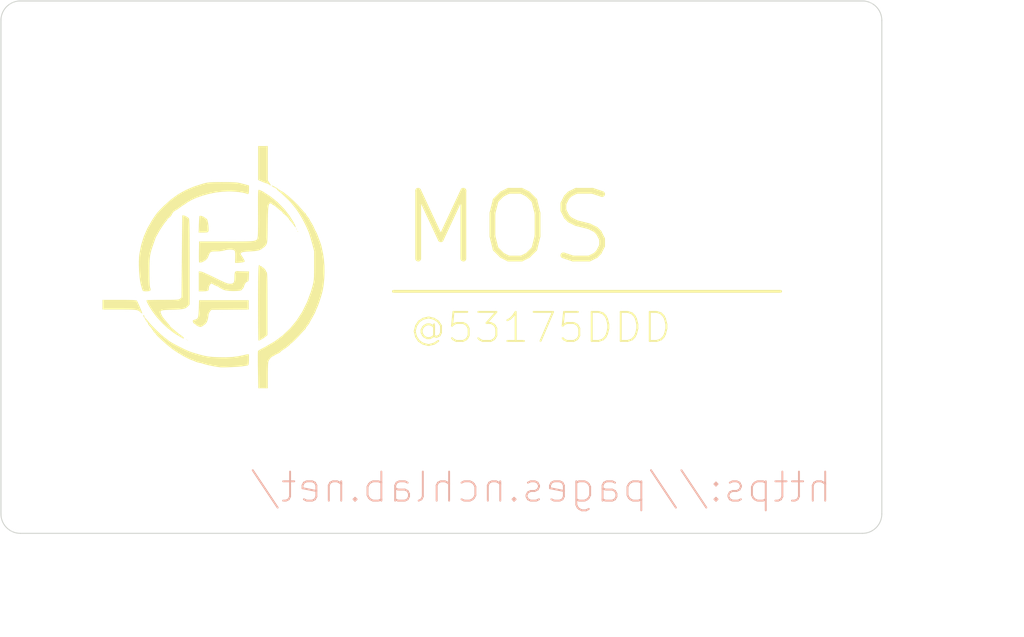
<source format=kicad_pcb>
(kicad_pcb (version 20221018) (generator pcbnew)
  (layers (0 "F.Cu" signal) (31 "B.Cu" signal) (34 "B.Paste" user) (35 "F.Paste" user) (36 "B.SilkS" user "B.Silkscreen") (37 "F.SilkS" user "F.Silkscreen") (38 "B.Mask" user) (39 "F.Mask" user) (44 "Edge.Cuts" user))
  (net 0 "")
  (footprint "LOGO" (layer "F.Cu") (at 122.5 75)
    (fp_text reference "G***" hide)
    (fp_text value "LOGO" hide)
    (fp_poly (pts (xy -3.816256 7.476108) (xy -3.847537 7.507389) (xy -3.878818 7.476108) (xy -3.847537 7.444827)) (fill solid) (layer "F.SilkS"))
    (fp_poly (pts (xy -3.691133 7.53867) (xy -3.722414 7.569951) (xy -3.753695 7.53867) (xy -3.722414 7.507389)) (fill solid) (layer "F.SilkS"))
    (fp_poly (pts (xy 7.548822 -4.019582) (xy 7.557085 -3.891496) (xy 7.548822 -3.863178) (xy 7.525988 -3.855318) (xy 7.517267 -3.94138) (xy 7.527099 -4.030194)) (fill solid) (layer "F.SilkS"))
    (fp_poly (pts (xy 7.67422 -3.732841) (xy 7.681707 -3.658595) (xy 7.67422 -3.649426) (xy 7.637027 -3.658013) (xy 7.632512 -3.691133) (xy 7.655402 -3.742629)) (fill solid) (layer "F.SilkS"))
    (fp_poly (pts (xy 4.566995 -10.738041) (xy 4.566995 -8.963766) (xy 4.723399 -8.733292) (xy 4.817885 -8.588231) (xy 4.873529 -8.491538) (xy 4.879803 -8.474316) (xy 4.840506 -8.444324) (xy 4.755805 -8.479682) (xy 4.698375 -8.532116) (xy 4.587524 -8.606547) (xy 4.439421 -8.655884) (xy 4.278031 -8.703019) (xy 4.06145 -8.784574) (xy 3.909051 -8.850261) (xy 3.56601 -9.007171) (xy 3.56601 -10.759743) (xy 3.56601 -12.512315) (xy 4.066502 -12.512315) (xy 4.566995 -12.512315)) (fill solid) (layer "F.SilkS"))
    (fp_poly (pts (xy -2.236151 -5.278757) (xy -2.068815 -5.208603) (xy -1.950479 -5.126936) (xy -1.836719 -5.037869) (xy -1.762471 -5.004926) (xy -1.706367 -4.946894) (xy -1.650641 -4.790657) (xy -1.60134 -4.563004) (xy -1.564511 -4.290726) (xy -1.547908 -4.054244) (xy -1.543107 -3.837412) (xy -1.563697 -3.697065) (xy -1.631392 -3.616494) (xy -1.767904 -3.57899) (xy -1.994948 -3.567845) (xy -2.181261 -3.566864) (xy -2.579518 -3.56601) (xy -2.55494 -4.407069) (xy -2.543017 -4.719515) (xy -2.52759 -4.98565) (xy -2.510463 -5.181137) (xy -2.493437 -5.28164) (xy -2.489606 -5.288884) (xy -2.392135 -5.310239)) (fill solid) (layer "F.SilkS"))
    (fp_poly (pts (xy -10.219619 3.379754) (xy -9.785397 3.384349) (xy -9.454904 3.392574) (xy -9.217457 3.404888) (xy -9.062372 3.421756) (xy -8.978968 3.44364) (xy -8.960872 3.456527) (xy -8.909807 3.545259) (xy -8.82964 3.712321) (xy -8.7322 3.929693) (xy -8.629317 4.169355) (xy -8.53282 4.403288) (xy -8.454539 4.603472) (xy -8.406304 4.741886) (xy -8.397839 4.790121) (xy -8.454335 4.768977) (xy -8.562242 4.687188) (xy -8.577036 4.674277) (xy -8.674918 4.589897) (xy -8.766696 4.523372) (xy -8.868072 4.472577) (xy -8.994751 4.435392) (xy -9.162434 4.409694) (xy -9.386826 4.393362) (xy -9.68363 4.384272) (xy -10.068549 4.380304) (xy -10.557285 4.379334) (xy -10.759742 4.37931) (xy -12.512315 4.37931) (xy -12.512315 3.878818) (xy -12.512315 3.378325) (xy -10.768252 3.378325)) (fill solid) (layer "F.SilkS"))
    (fp_poly (pts (xy 2.596305 3.895549) (xy 2.596305 4.381493) (xy 0.667091 4.396042) (xy -1.262122 4.410591) (xy -1.413081 4.586124) (xy -1.535251 4.801719) (xy -1.56404 4.965779) (xy -1.582422 5.14951) (xy -1.628922 5.379092) (xy -1.656424 5.480993) (xy -1.741983 5.699505) (xy -1.868536 5.861556) (xy -2.033623 5.99284) (xy -2.224827 6.120062) (xy -2.360655 6.177148) (xy -2.484546 6.170719) (xy -2.639939 6.107395) (xy -2.674508 6.090515) (xy -2.80837 6.010901) (xy -2.875877 5.944078) (xy -2.877833 5.935535) (xy -2.928466 5.886612) (xy -2.969474 5.880788) (xy -3.070988 5.827033) (xy -3.155707 5.698889) (xy -3.190641 5.547775) (xy -3.133646 5.472251) (xy -2.984919 5.418226) (xy -2.977961 5.416883) (xy -2.839572 5.382331) (xy -2.738729 5.326021) (xy -2.668563 5.229236) (xy -2.622203 5.073254) (xy -2.592779 4.839357) (xy -2.573422 4.508826) (xy -2.565025 4.291711) (xy -2.533744 3.409606) (xy 0.031281 3.409606) (xy 2.596305 3.409606)) (fill solid) (layer "F.SilkS"))
    (fp_poly (pts (xy 3.708892 -0.20385) (xy 3.721325 -0.175995) (xy 3.797236 -0.103144) (xy 3.852714 -0.104486) (xy 3.929848 -0.098878) (xy 3.941379 -0.069255) (xy 3.987168 -0.003235) (xy 4.006928 0) (xy 4.097334 0.046043) (xy 4.215029 0.155729) (xy 4.321315 0.286391) (xy 4.377492 0.395361) (xy 4.37931 0.410572) (xy 4.429135 0.501223) (xy 4.457512 0.516127) (xy 4.47566 0.547647) (xy 4.490974 0.634675) (xy 4.503656 0.785542) (xy 4.513905 1.00858) (xy 4.52192 1.312118) (xy 4.527902 1.704489) (xy 4.532049 2.194021) (xy 4.534561 2.789047) (xy 4.535639 3.497897) (xy 4.535714 3.779021) (xy 4.535714 7.015852) (xy 4.316749 7.195266) (xy 4.111565 7.348077) (xy 3.909911 7.472766) (xy 3.73864 7.555409) (xy 3.624608 7.582084) (xy 3.596496 7.568665) (xy 3.590247 7.49762) (xy 3.584331 7.312499) (xy 3.578851 7.024348) (xy 3.573911 6.644213) (xy 3.569614 6.183142) (xy 3.566063 5.652179) (xy 3.563362 5.062373) (xy 3.561615 4.424769) (xy 3.560928 3.769761) (xy 3.561516 2.912967) (xy 3.563883 2.174786) (xy 3.568295 1.548718) (xy 3.575016 1.028261) (xy 3.584309 0.606917) (xy 3.596439 0.278182) (xy 3.61167 0.035558) (xy 3.630267 -0.127456) (xy 3.652493 -0.217362) (xy 3.678614 -0.24066)) (fill solid) (layer "F.SilkS"))
    (fp_poly (pts (xy 1.438916 0.405537) (xy 1.574333 0.414231) (xy 1.792858 0.422526) (xy 2.05248 0.428904) (xy 2.113983 0.429946) (xy 2.632646 0.437931) (xy 2.614476 0.954064) (xy 2.602599 1.209464) (xy 2.584342 1.365442) (xy 2.552633 1.447695) (xy 2.5004 1.481922) (xy 2.467376 1.488638) (xy 2.340196 1.560432) (xy 2.217892 1.714223) (xy 2.129058 1.909155) (xy 2.106959 2.003636) (xy 2.04315 2.152817) (xy 1.976967 2.224082) (xy 1.892041 2.309556) (xy 1.874567 2.356002) (xy 1.821478 2.39804) (xy 1.668785 2.432629) (xy 1.441888 2.457675) (xy 1.166191 2.47108) (xy 0.867098 2.470749) (xy 0.625901 2.45903) (xy 0.24321 2.41319) (xy -0.021434 2.340504) (xy -0.093557 2.304052) (xy -0.254035 2.213247) (xy -0.385905 2.15201) (xy -0.39101 2.150201) (xy -0.483319 2.092773) (xy -0.500493 2.057235) (xy -0.550083 2.005911) (xy -0.579193 2.00197) (xy -0.67527 1.974195) (xy -0.837903 1.902827) (xy -0.962639 1.839741) (xy -1.267386 1.677512) (xy -1.398651 1.808776) (xy -1.507792 2.001273) (xy -1.529915 2.184994) (xy -1.540363 2.347036) (xy -1.589702 2.426393) (xy -1.704925 2.464937) (xy -1.711202 2.466206) (xy -1.880861 2.487385) (xy -2.108301 2.500445) (xy -2.228756 2.502463) (xy -2.565025 2.502463) (xy -2.565025 1.470197) (xy -2.565025 0.437931) (xy -2.385426 0.437931) (xy -2.275199 0.465635) (xy -2.070935 0.543828) (xy -1.789535 0.665132) (xy -1.447901 0.822169) (xy -1.062933 1.007561) (xy -0.930869 1.072906) (xy -0.498535 1.286259) (xy -0.160276 1.447818) (xy 0.10043 1.564302) (xy 0.300107 1.64243) (xy 0.455279 1.68892) (xy 0.582467 1.710491) (xy 0.646229 1.714163) (xy 0.853555 1.70237) (xy 0.992269 1.643871) (xy 1.075308 1.519324) (xy 1.115609 1.309387) (xy 1.126108 0.996688) (xy 1.135394 0.709966) (xy 1.170079 0.528094) (xy 1.240403 0.431722) (xy 1.356604 0.401498)) (fill solid) (layer "F.SilkS"))
    (fp_poly (pts (xy -4.139224 -5.353509) (xy -3.96054 -5.293109) (xy -3.77431 -5.194656) (xy -3.624292 -5.079803) (xy -3.567865 -5.008392) (xy -3.553508 -4.917553) (xy -3.540924 -4.70274) (xy -3.530129 -4.365088) (xy -3.52114 -3.905733) (xy -3.513972 -3.325813) (xy -3.508643 -2.626462) (xy -3.505169 -1.808817) (xy -3.503565 -0.874015) (xy -3.503449 -0.518548) (xy -3.503449 3.850932) (xy -3.683536 4.048102) (xy -3.80467 4.160047) (xy -3.949101 4.245028) (xy -4.135768 4.307124) (xy -4.38361 4.350408) (xy -4.711565 4.378958) (xy -5.138573 4.396849) (xy -5.326042 4.401596) (xy -5.742449 4.413228) (xy -6.04963 4.428925) (xy -6.263476 4.451718) (xy -6.39988 4.484636) (xy -6.474733 4.53071) (xy -6.503928 4.592968) (xy -6.506404 4.626638) (xy -6.479473 4.748311) (xy -6.414428 4.917953) (xy -6.334891 5.081865) (xy -6.264485 5.186348) (xy -6.257432 5.192611) (xy -6.195449 5.263295) (xy -6.120254 5.36646) (xy -6.023675 5.490789) (xy -5.877518 5.660777) (xy -5.764151 5.785076) (xy -5.626436 5.942238) (xy -5.532589 6.068911) (xy -5.505419 6.127359) (xy -5.470868 6.192811) (xy -5.458498 6.195723) (xy -5.392716 6.236148) (xy -5.262226 6.340933) (xy -5.093442 6.488692) (xy -5.067488 6.512296) (xy -4.837538 6.710608) (xy -4.58479 6.910813) (xy -4.394999 7.047993) (xy -4.230736 7.170194) (xy -4.125298 7.271337) (xy -4.101524 7.325756) (xy -4.144174 7.377681) (xy -4.148397 7.378639) (xy -4.20506 7.349538) (xy -4.342384 7.276612) (xy -4.530939 7.175496) (xy -4.535715 7.172925) (xy -5.142814 6.795958) (xy -5.755221 6.322597) (xy -6.346076 5.777363) (xy -6.888519 5.18478) (xy -7.301669 4.647647) (xy -7.496657 4.356858) (xy -7.67152 4.073173) (xy -7.815418 3.816757) (xy -7.917508 3.607772) (xy -7.966951 3.466382) (xy -7.963275 3.417133) (xy -7.892736 3.406738) (xy -7.713952 3.397394) (xy -7.443798 3.389492) (xy -7.099151 3.383421) (xy -6.696886 3.37957) (xy -6.283943 3.378325) (xy -5.785225 3.377765) (xy -5.396232 3.375397) (xy -5.101568 3.370194) (xy -4.885838 3.361126) (xy -4.733646 3.347163) (xy -4.629596 3.327276) (xy -4.558292 3.300436) (xy -4.50434 3.265614) (xy -4.495724 3.258777) (xy -4.34803 3.139229) (xy -4.313529 -1.104893) (xy -4.307529 -1.821209) (xy -4.3015 -2.49968) (xy -4.295557 -3.130122) (xy -4.289811 -3.702348) (xy -4.284374 -4.206174) (xy -4.27936 -4.631415) (xy -4.27488 -4.967884) (xy -4.271047 -5.205398) (xy -4.267974 -5.333769) (xy -4.266608 -5.3542)) (fill solid) (layer "F.SilkS"))
    (fp_poly (pts (xy -8.206875 4.994624) (xy -8.195567 5.064379) (xy -8.158476 5.190506) (xy -8.115678 5.236423) (xy -8.034835 5.311457) (xy -7.911622 5.451429) (xy -7.818511 5.567398) (xy -7.617134 5.807283) (xy -7.352077 6.093813) (xy -7.047895 6.403189) (xy -6.729145 6.711612) (xy -6.420381 6.99528) (xy -6.14616 7.230394) (xy -5.94335 7.384826) (xy -5.785481 7.498066) (xy -5.664233 7.594129) (xy -5.644099 7.612427) (xy -5.541812 7.684965) (xy -5.349525 7.798521) (xy -5.090568 7.941081) (xy -4.78827 8.100631) (xy -4.465962 8.26516) (xy -4.146972 8.422652) (xy -3.854631 8.561096) (xy -3.612268 8.668477) (xy -3.524131 8.704079) (xy -3.267857 8.794054) (xy -2.936269 8.898158) (xy -2.575945 9.002264) (xy -2.29373 9.077214) (xy -1.982695 9.152124) (xy -1.71046 9.20678) (xy -1.442676 9.245363) (xy -1.144993 9.272054) (xy -0.783059 9.291032) (xy -0.437931 9.303051) (xy 0.278727 9.309346) (xy 0.908736 9.278915) (xy 1.48601 9.208502) (xy 2.044465 9.09485) (xy 2.232806 9.046658) (xy 2.419707 9.004145) (xy 2.552959 8.987932) (xy 2.592535 8.99467) (xy 2.610963 9.073735) (xy 2.620869 9.240348) (xy 2.622816 9.457265) (xy 2.617367 9.687241) (xy 2.605082 9.893033) (xy 2.586525 10.037394) (xy 2.576268 10.072414) (xy 2.50594 10.156048) (xy 2.471182 10.168293) (xy 2.381841 10.179073) (xy 2.206341 10.20547) (xy 1.981834 10.241885) (xy 1.970689 10.24375) (xy 1.7808 10.26701) (xy 1.505233 10.289865) (xy 1.172723 10.311072) (xy 0.812 10.329391) (xy 0.451796 10.343577) (xy 0.120843 10.35239) (xy -0.152126 10.354586) (xy -0.338379 10.348923) (xy -0.37537 10.345194) (xy -0.746817 10.288172) (xy -1.131476 10.219261) (xy -1.496034 10.145273) (xy -1.807175 10.073018) (xy -2.031585 10.009311) (xy -2.051239 10.002516) (xy -2.258268 9.936423) (xy -2.433238 9.893686) (xy -2.505492 9.884729) (xy -2.636602 9.859782) (xy -2.820219 9.797053) (xy -2.894155 9.765859) (xy -3.113681 9.673719) (xy -3.330181 9.59223) (xy -3.377807 9.576157) (xy -3.563861 9.498714) (xy -3.826012 9.366992) (xy -4.136737 9.196847) (xy -4.468517 9.004137) (xy -4.793829 8.80472) (xy -5.085154 8.614452) (xy -5.255173 8.494424) (xy -5.494556 8.309746) (xy -5.761541 8.091005) (xy -6.03928 7.853524) (xy -6.310928 7.612629) (xy -6.559641 7.383643) (xy -6.768571 7.181891) (xy -6.920875 7.022698) (xy -6.999705 6.921387) (xy -7.006897 6.900884) (xy -7.053924 6.831294) (xy -7.13202 6.771169) (xy -7.230615 6.673568) (xy -7.257143 6.599716) (xy -7.291091 6.516802) (xy -7.319705 6.506404) (xy -7.379999 6.458417) (xy -7.382266 6.440998) (xy -7.421581 6.353723) (xy -7.516824 6.231746) (xy -7.52303 6.225045) (xy -7.684994 6.046288) (xy -7.77593 5.927432) (xy -7.814448 5.841083) (xy -7.820197 5.787623) (xy -7.870513 5.68046) (xy -7.911658 5.654079) (xy -8.002653 5.570536) (xy -8.045387 5.483999) (xy -8.116066 5.333166) (xy -8.204173 5.199814) (xy -8.30344 5.044692) (xy -8.307239 4.958595) (xy -8.258128 4.942364)) (fill solid) (layer "F.SilkS"))
    (fp_poly (pts (xy -0.093843 -8.788845) (xy 0.402251 -8.78681) (xy 0.792892 -8.780729) (xy 1.097716 -8.769413) (xy 1.336363 -8.751672) (xy 1.528468 -8.726318) (xy 1.69367 -8.692162) (xy 1.751724 -8.677105) (xy 2.004502 -8.608479) (xy 2.246086 -8.543181) (xy 2.39298 -8.503706) (xy 2.627586 -8.44099) (xy 2.627586 -8.073149) (xy 2.619406 -7.79276) (xy 2.591648 -7.622818) (xy 2.539483 -7.549523) (xy 2.458083 -7.55907) (xy 2.449288 -7.563454) (xy 2.247768 -7.635762) (xy 1.948147 -7.700831) (xy 1.577393 -7.755104) (xy 1.162473 -7.795019) (xy 0.730357 -7.817019) (xy 0.504077 -7.820197) (xy -0.15359 -7.789843) (xy -0.834088 -7.703177) (xy -1.514854 -7.566799) (xy -2.173325 -7.387306) (xy -2.786938 -7.171296) (xy -3.333131 -6.925367) (xy -3.789341 -6.656117) (xy -3.98566 -6.507285) (xy -4.071281 -6.450708) (xy -4.094444 -6.443843) (xy -4.156786 -6.408653) (xy -4.290738 -6.315753) (xy -4.469063 -6.184142) (xy -4.49604 -6.163693) (xy -4.702589 -6.015169) (xy -4.893737 -5.892268) (xy -5.02897 -5.820994) (xy -5.031538 -5.820002) (xy -5.176261 -5.715944) (xy -5.288408 -5.552811) (xy -5.28844 -5.552738) (xy -5.419163 -5.306756) (xy -5.56593 -5.147141) (xy -5.677463 -5.075506) (xy -5.784734 -4.986998) (xy -5.818227 -4.911992) (xy -5.866259 -4.804361) (xy -5.903724 -4.773429) (xy -5.980538 -4.695959) (xy -6.10365 -4.536813) (xy -6.255534 -4.321939) (xy -6.418662 -4.077282) (xy -6.575508 -3.828787) (xy -6.708546 -3.602401) (xy -6.762271 -3.502471) (xy -6.852145 -3.334972) (xy -6.921647 -3.2189) (xy -6.943463 -3.190641) (xy -6.985996 -3.115545) (xy -7.042798 -2.970986) (xy -7.053193 -2.940394) (xy -7.108966 -2.776866) (xy -7.19135 -2.540913) (xy -7.28451 -2.277815) (xy -7.304825 -2.220936) (xy -7.421548 -1.879841) (xy -7.51033 -1.576241) (xy -7.574847 -1.283556) (xy -7.618773 -0.975208) (xy -7.645783 -0.624616) (xy -7.659553 -0.205201) (xy -7.663757 0.309615) (xy -7.663793 0.375369) (xy -7.660602 0.874879) (xy -7.651458 1.309732) (xy -7.637006 1.66771) (xy -7.617891 1.936593) (xy -7.594756 2.104159) (xy -7.569762 2.158374) (xy -7.552708 2.210685) (xy -7.53547 2.29222) (xy -7.551926 2.409838) (xy -7.649601 2.46341) (xy -7.836436 2.49407) (xy -8.043057 2.500251) (xy -8.225975 2.483884) (xy -8.341696 2.446902) (xy -8.35686 2.43199) (xy -8.391329 2.343506) (xy -8.447552 2.16481) (xy -8.516054 1.926853) (xy -8.553179 1.790733) (xy -8.628399 1.426061) (xy -8.687923 0.972008) (xy -8.730113 0.463523) (xy -8.753327 -0.064444) (xy -8.755926 -0.576942) (xy -8.736271 -1.039023) (xy -8.701182 -1.36382) (xy -8.513753 -2.30327) (xy -8.244462 -3.171363) (xy -7.88085 -4.000852) (xy -7.410458 -4.824491) (xy -7.347293 -4.922875) (xy -7.156327 -5.211789) (xy -6.990458 -5.446109) (xy -6.825997 -5.654142) (xy -6.639256 -5.864198) (xy -6.40655 -6.104588) (xy -6.127 -6.381281) (xy -5.428751 -7.00404) (xy -4.698974 -7.529235) (xy -3.917316 -7.968218) (xy -3.063424 -8.332342) (xy -2.116944 -8.632958) (xy -2.064532 -8.647141) (xy -1.880093 -8.6939) (xy -1.707141 -8.729232) (xy -1.52406 -8.754691) (xy -1.309234 -8.77183) (xy -1.041046 -8.782206) (xy -0.697879 -8.787371) (xy -0.258118 -8.78888)) (fill solid) (layer "F.SilkS"))
    (fp_poly (pts (xy 3.704317 -7.97687) (xy 3.866582 -7.910383) (xy 4.068186 -7.807657) (xy 4.082334 -7.799786) (xy 4.85213 -7.305741) (xy 5.574365 -6.71733) (xy 6.229727 -6.054003) (xy 6.798902 -5.335205) (xy 7.243221 -4.616775) (xy 7.366885 -4.371683) (xy 7.438031 -4.200969) (xy 7.456389 -4.112989) (xy 7.421692 -4.116102) (xy 7.333672 -4.218664) (xy 7.25223 -4.335821) (xy 7.112729 -4.527634) (xy 6.967267 -4.699883) (xy 6.916569 -4.751378) (xy 6.809002 -4.869088) (xy 6.757427 -4.958269) (xy 6.75665 -4.965274) (xy 6.713362 -5.040163) (xy 6.605363 -5.162053) (xy 6.465453 -5.299539) (xy 6.326429 -5.421213) (xy 6.22109 -5.495669) (xy 6.192566 -5.505419) (xy 6.133327 -5.556962) (xy 6.099753 -5.630542) (xy 6.044069 -5.731635) (xy 6.002833 -5.755665) (xy 5.926664 -5.794962) (xy 5.798346 -5.894683) (xy 5.725904 -5.95899) (xy 5.472971 -6.182293) (xy 5.265873 -6.343574) (xy 5.120245 -6.431219) (xy 5.073233 -6.443843) (xy 5.007863 -6.483106) (xy 5.004926 -6.499108) (xy 4.952814 -6.557354) (xy 4.878353 -6.587472) (xy 4.801619 -6.594457) (xy 4.738866 -6.564055) (xy 4.688512 -6.485326) (xy 4.648976 -6.34733) (xy 4.618674 -6.139128) (xy 4.596024 -5.84978) (xy 4.579444 -5.468346) (xy 4.567352 -4.983887) (xy 4.558166 -4.385463) (xy 4.558006 -4.372672) (xy 4.550859 -3.840312) (xy 4.543456 -3.418145) (xy 4.534722 -3.091247) (xy 4.523581 -2.844691) (xy 4.508959 -2.663551) (xy 4.489781 -2.532901) (xy 4.464971 -2.437815) (xy 4.433456 -2.363366) (xy 4.410289 -2.321383) (xy 4.29641 -2.163706) (xy 4.177928 -2.050825) (xy 4.160345 -2.039856) (xy 4.04824 -1.971754) (xy 4.003941 -1.937964) (xy 3.880159 -1.832758) (xy 3.725002 -1.755221) (xy 3.516008 -1.699712) (xy 3.230716 -1.660593) (xy 2.846664 -1.632222) (xy 2.769628 -1.628046) (xy 2.401695 -1.605263) (xy 2.140425 -1.579595) (xy 1.967357 -1.548206) (xy 1.864031 -1.508262) (xy 1.832698 -1.484141) (xy 1.771108 -1.404599) (xy 1.781816 -1.324466) (xy 1.851553 -1.215656) (xy 1.983487 -1.013759) (xy 2.096082 -0.814066) (xy 2.169411 -0.653938) (xy 2.18665 -0.587409) (xy 2.131154 -0.543917) (xy 1.981806 -0.501764) (xy 1.769807 -0.46655) (xy 1.526356 -0.443877) (xy 1.35704 -0.438475) (xy 1.181321 -0.437931) (xy 1.198807 -1.024854) (xy 1.20131 -1.347256) (xy 1.184972 -1.562984) (xy 1.148126 -1.689305) (xy 1.13226 -1.713032) (xy 1.010878 -1.777728) (xy 0.804847 -1.810336) (xy 0.550525 -1.810605) (xy 0.284267 -1.778282) (xy 0.062561 -1.720444) (xy -0.159012 -1.669157) (xy -0.461135 -1.636285) (xy -0.750944 -1.626601) (xy -1.045755 -1.621216) (xy -1.243818 -1.593689) (xy -1.373407 -1.526965) (xy -1.462793 -1.403989) (xy -1.540248 -1.207703) (xy -1.56404 -1.136088) (xy -1.683148 -0.888826) (xy -1.875727 -0.703241) (xy -1.908128 -0.680774) (xy -2.141405 -0.546108) (xy -2.339768 -0.473556) (xy -2.480764 -0.468968) (xy -2.536731 -0.516998) (xy -2.546312 -0.604731) (xy -2.5526 -0.794665) (xy -2.555301 -1.063913) (xy -2.554122 -1.389589) (xy -2.550998 -1.629003) (xy -2.533744 -2.658867) (xy 0.315382 -2.658867) (xy 1.023541 -2.658631) (xy 1.616944 -2.659145) (xy 2.105953 -2.662242) (xy 2.500931 -2.669756) (xy 2.812241 -2.683521) (xy 3.050244 -2.705369) (xy 3.225303 -2.737135) (xy 3.347781 -2.780652) (xy 3.428039 -2.837753) (xy 3.476441 -2.910272) (xy 3.503349 -3.000042) (xy 3.519125 -3.108897) (xy 3.532799 -3.228142) (xy 3.542826 -3.375169) (xy 3.550958 -3.62991) (xy 3.55702 -3.974968) (xy 3.560839 -4.392945) (xy 3.562239 -4.866443) (xy 3.561047 -5.378066) (xy 3.558344 -5.776636) (xy 3.554002 -6.390521) (xy 3.552915 -6.888897) (xy 3.55533 -7.281343) (xy 3.561493 -7.577437) (xy 3.571651 -7.786758) (xy 3.586051 -7.918883) (xy 3.604938 -7.983391) (xy 3.615372 -7.993055)) (fill solid) (layer "F.SilkS"))
    (fp_poly (pts (xy 5.041847 -8.42199) (xy 5.196053 -8.356068) (xy 5.400563 -8.238923) (xy 5.631052 -8.083231) (xy 5.667507 -8.056487) (xy 5.843438 -7.933196) (xy 5.984062 -7.847703) (xy 6.051901 -7.820197) (xy 6.135192 -7.780644) (xy 6.264266 -7.681628) (xy 6.312103 -7.638693) (xy 6.430007 -7.534661) (xy 6.498985 -7.485609) (xy 6.506404 -7.486758) (xy 6.542601 -7.47561) (xy 6.591032 -7.433656) (xy 6.678059 -7.353679) (xy 6.829125 -7.219395) (xy 7.013448 -7.058133) (xy 7.036442 -7.038178) (xy 7.655418 -6.452914) (xy 8.169664 -5.863614) (xy 8.302519 -5.705953) (xy 8.412074 -5.598703) (xy 8.464609 -5.567981) (xy 8.499066 -5.541397) (xy 8.489702 -5.528455) (xy 8.504558 -5.463461) (xy 8.584904 -5.338478) (xy 8.66696 -5.235667) (xy 8.788819 -5.083609) (xy 8.867461 -4.966869) (xy 8.883744 -4.926735) (xy 8.916314 -4.846517) (xy 8.999395 -4.703624) (xy 9.06071 -4.609548) (xy 9.195943 -4.383367) (xy 9.318596 -4.136316) (xy 9.347813 -4.066503) (xy 9.427594 -3.881239) (xy 9.50198 -3.738291) (xy 9.527184 -3.701245) (xy 9.587035 -3.597314) (xy 9.665423 -3.42165) (xy 9.714833 -3.294595) (xy 9.809284 -3.038165) (xy 9.91467 -2.753668) (xy 9.961593 -2.627586) (xy 10.019936 -2.467244) (xy 10.066936 -2.323436) (xy 10.109693 -2.168101) (xy 10.155306 -1.973179) (xy 10.210875 -1.710607) (xy 10.280671 -1.366394) (xy 10.367467 -0.792131) (xy 10.416011 -0.148858) (xy 10.427045 0.528194) (xy 10.401311 1.203793) (xy 10.33955 1.842706) (xy 10.242505 2.409701) (xy 10.197244 2.596305) (xy 10.086554 2.986381) (xy 9.963346 3.380402) (xy 9.838369 3.746811) (xy 9.722375 4.054052) (xy 9.628366 4.266177) (xy 9.553722 4.426335) (xy 9.512322 4.542058) (xy 9.509359 4.561642) (xy 9.479815 4.639295) (xy 9.400233 4.798393) (xy 9.284195 5.012637) (xy 9.196551 5.167447) (xy 9.064928 5.398508) (xy 8.960624 5.586025) (xy 8.896986 5.705744) (xy 8.883744 5.735895) (xy 8.849074 5.805787) (xy 8.766316 5.928512) (xy 8.667343 6.060664) (xy 8.584029 6.158836) (xy 8.555295 6.183169) (xy 8.511696 6.255214) (xy 8.508374 6.287438) (xy 8.47651 6.378074) (xy 8.457846 6.391707) (xy 8.399352 6.443655) (xy 8.274851 6.571161) (xy 8.101424 6.756229) (xy 7.896153 6.980867) (xy 7.850307 7.031709) (xy 7.618545 7.282038) (xy 7.391836 7.514159) (xy 7.195245 7.703188) (xy 7.053838 7.824239) (xy 7.046867 7.829369) (xy 6.914373 7.931282) (xy 6.8461 7.995908) (xy 6.845898 8.007882) (xy 6.829335 8.039879) (xy 6.734005 8.123323) (xy 6.584668 8.239388) (xy 6.406083 8.369249) (xy 6.22301 8.494082) (xy 6.121601 8.55856) (xy 5.97277 8.662752) (xy 5.876701 8.754031) (xy 5.863594 8.77575) (xy 5.790171 8.844389) (xy 5.643805 8.920258) (xy 5.593797 8.939762) (xy 5.41814 9.016239) (xy 5.286561 9.095891) (xy 5.268641 9.111584) (xy 5.159084 9.183989) (xy 5.106004 9.196551) (xy 5.000904 9.245394) (xy 4.867174 9.368412) (xy 4.736842 9.530343) (xy 4.641934 9.695926) (xy 4.633536 9.716757) (xy 4.611199 9.839854) (xy 4.592611 10.070911) (xy 4.57854 10.392801) (xy 4.569753 10.788399) (xy 4.566995 11.202595) (xy 4.566995 12.512315) (xy 4.075789 12.512315) (xy 3.584583 12.512315) (xy 3.550354 10.619827) (xy 3.543077 10.143381) (xy 3.538961 9.706104) (xy 3.537954 9.324015) (xy 3.540005 9.013132) (xy 3.545061 8.789475) (xy 3.553072 8.669063) (xy 3.556708 8.654003) (xy 3.624764 8.600365) (xy 3.783534 8.503755) (xy 4.011486 8.376484) (xy 4.287084 8.230861) (xy 4.380085 8.183279) (xy 5.299835 7.64861) (xy 6.135529 7.021742) (xy 6.885942 6.304256) (xy 7.54985 5.497734) (xy 8.126029 4.603756) (xy 8.613253 3.623903) (xy 9.010298 2.559757) (xy 9.176312 1.990218) (xy 9.230693 1.780132) (xy 9.272236 1.596998) (xy 9.302701 1.419124) (xy 9.323846 1.224819) (xy 9.337431 0.992393) (xy 9.345216 0.700154) (xy 9.34896 0.326414) (xy 9.350423 -0.150521) (xy 9.350433 -0.156404) (xy 9.352955 -1.657882) (xy 9.146686 -2.430654) (xy 9.052712 -2.769496) (xy 8.953278 -3.1061) (xy 8.860819 -3.399517) (xy 8.79338 -3.594069) (xy 8.592702 -4.07459) (xy 8.344364 -4.587223) (xy 8.067025 -5.098529) (xy 7.779342 -5.57507) (xy 7.499974 -5.983406) (xy 7.360352 -6.162315) (xy 7.208689 -6.347189) (xy 7.077577 -6.510288) (xy 7.007628 -6.600247) (xy 6.900531 -6.72357) (xy 6.724908 -6.905091) (xy 6.506292 -7.120494) (xy 6.270214 -7.34546) (xy 6.042208 -7.555672) (xy 5.847806 -7.726814) (xy 5.71254 -7.834567) (xy 5.709171 -7.836905) (xy 5.579038 -7.944722) (xy 5.509458 -8.037847) (xy 5.505846 -8.054803) (xy 5.460843 -8.127421) (xy 5.434601 -8.133005) (xy 5.344849 -8.160884) (xy 5.213623 -8.228353) (xy 5.080288 -8.311158) (xy 4.984211 -8.385044) (xy 4.96227 -8.424011)) (fill solid) (layer "F.SilkS"))
  )
  (footprint "LOGO" (layer "F.Cu") (at 122.5 75)
    (fp_text reference "G***" hide)
    (fp_text value "LOGO" hide)
  )
  (gr_line (start 140.042635 77.5) (end 180.042635 77.5) (stroke (width 0.3)) (layer "F.SilkS"))
  (gr_line (start 190.5 100.5) (end 190.5 49.5) (stroke (width 0.1)) (layer "Edge.Cuts"))
  (gr_arc (start 188.5 47.5) (mid 189.914214 48.085786) (end 190.5 49.5) (stroke (width 0.1)) (layer "Edge.Cuts"))
  (gr_arc (start 99.5 49.5) (mid 100.085786 48.085786) (end 101.5 47.5) (stroke (width 0.1)) (layer "Edge.Cuts"))
  (gr_line (start 188.5 47.5) (end 101.5 47.5) (stroke (width 0.1)) (layer "Edge.Cuts"))
  (gr_arc (start 190.5 100.5) (mid 189.914214 101.914214) (end 188.5 102.5) (stroke (width 0.1)) (layer "Edge.Cuts"))
  (gr_arc (start 101.5 102.5) (mid 100.085786 101.914214) (end 99.5 100.5) (stroke (width 0.1)) (layer "Edge.Cuts"))
  (gr_line (start 99.5 49.5) (end 99.5 100.5) (stroke (width 0.1)) (layer "Edge.Cuts"))
  (gr_line (start 101.5 102.5) (end 188.5 102.5) (stroke (width 0.1)) (layer "Edge.Cuts"))
  (gr_text "https://pages.nchlab.net/" (at 185.5 99.5) (layer "B.SilkS") (effects (font (size 3 3) (thickness 0.2)) (justify left bottom mirror)))
  (gr_text "@53175DDD" (at 141.542635 83) (layer "F.SilkS") (effects (font (size 3 3) (thickness 0.2)) (justify left bottom)))
  (gr_text "MOS" (at 140.542635 75) (layer "F.SilkS") (effects (font (size 7 7) (thickness 0.6)) (justify left bottom)))
)
</source>
